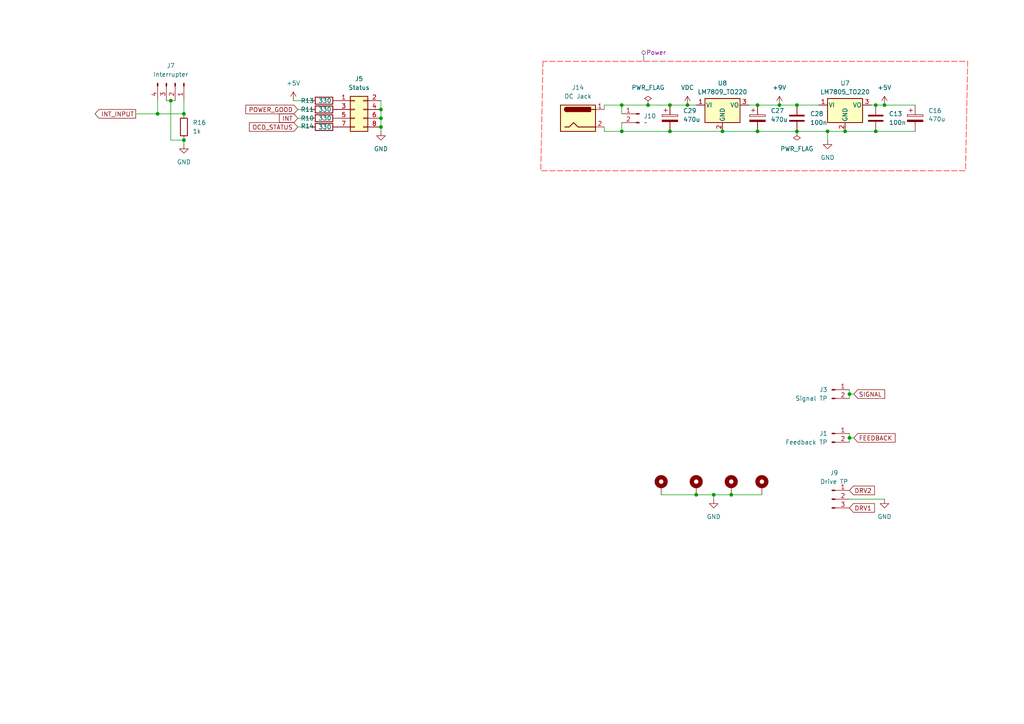
<source format=kicad_sch>
(kicad_sch (version 20250114) (generator "eeschema") (generator_version "9.0")
  (paper "A4")
  (lib_symbols
    (symbol "Connector:Conn_01x02_Pin" (pin_names (offset 1.016) (hide yes))
      (property "Reference" "J" (at 0 2.54 0))
      (property "Value" "Conn_01x02_Pin" (at 0 -5.08 0))
      (symbol "Conn_01x02_Pin_1_1"
        (rectangle (start 0.8636 0.127) (end 0 -0.127) (stroke (width 0.1524)) (fill (type outline)))
        (rectangle (start 0.8636 -2.413) (end 0 -2.667) (stroke (width 0.1524)) (fill (type outline)))
        (polyline (pts (xy 1.27 0) (xy 0.8636 0)) (stroke (width 0.1524)))
        (polyline (pts (xy 1.27 -2.54) (xy 0.8636 -2.54)) (stroke (width 0.1524)))
        (pin passive line (at 5.08 0 180) (length 3.81) (name "Pin_1") (number "1"))
        (pin passive line (at 5.08 -2.54 180) (length 3.81) (name "Pin_2") (number "2"))
      )
    )
    (symbol "Connector:Conn_01x03_Pin" (pin_names (offset 1.016) (hide yes))
      (property "Reference" "J" (at 0 5.08 0))
      (property "Value" "Conn_01x03_Pin" (at 0 -5.08 0))
      (symbol "Conn_01x03_Pin_1_1"
        (rectangle (start 0.8636 2.667) (end 0 2.413) (stroke (width 0.1524)) (fill (type outline)))
        (rectangle (start 0.8636 0.127) (end 0 -0.127) (stroke (width 0.1524)) (fill (type outline)))
        (rectangle (start 0.8636 -2.413) (end 0 -2.667) (stroke (width 0.1524)) (fill (type outline)))
        (polyline (pts (xy 1.27 2.54) (xy 0.8636 2.54)) (stroke (width 0.1524)))
        (polyline (pts (xy 1.27 0) (xy 0.8636 0)) (stroke (width 0.1524)))
        (polyline (pts (xy 1.27 -2.54) (xy 0.8636 -2.54)) (stroke (width 0.1524)))
        (pin passive line (at 5.08 2.54 180) (length 3.81) (name "Pin_1") (number "1"))
        (pin passive line (at 5.08 0 180) (length 3.81) (name "Pin_2") (number "2"))
        (pin passive line (at 5.08 -2.54 180) (length 3.81) (name "Pin_3") (number "3"))
      )
    )
    (symbol "Connector:Conn_01x04_Pin" (pin_names (offset 1.016) (hide yes))
      (property "Reference" "J" (at 0 5.08 0))
      (property "Value" "Conn_01x04_Pin" (at 0 -7.62 0))
      (symbol "Conn_01x04_Pin_1_1"
        (rectangle (start 0.8636 2.667) (end 0 2.413) (stroke (width 0.1524)) (fill (type outline)))
        (rectangle (start 0.8636 0.127) (end 0 -0.127) (stroke (width 0.1524)) (fill (type outline)))
        (rectangle (start 0.8636 -2.413) (end 0 -2.667) (stroke (width 0.1524)) (fill (type outline)))
        (rectangle (start 0.8636 -4.953) (end 0 -5.207) (stroke (width 0.1524)) (fill (type outline)))
        (polyline (pts (xy 1.27 2.54) (xy 0.8636 2.54)) (stroke (width 0.1524)))
        (polyline (pts (xy 1.27 0) (xy 0.8636 0)) (stroke (width 0.1524)))
        (polyline (pts (xy 1.27 -2.54) (xy 0.8636 -2.54)) (stroke (width 0.1524)))
        (polyline (pts (xy 1.27 -5.08) (xy 0.8636 -5.08)) (stroke (width 0.1524)))
        (pin passive line (at 5.08 2.54 180) (length 3.81) (name "Pin_1") (number "1"))
        (pin passive line (at 5.08 0 180) (length 3.81) (name "Pin_2") (number "2"))
        (pin passive line (at 5.08 -2.54 180) (length 3.81) (name "Pin_3") (number "3"))
        (pin passive line (at 5.08 -5.08 180) (length 3.81) (name "Pin_4") (number "4"))
      )
    )
    (symbol "Connector:Jack-DC" (pin_names (offset 1.016))
      (property "Reference" "J" (at 0 5.334 0))
      (property "Value" "Jack-DC" (at 0 -5.08 0))
      (symbol "Jack-DC_0_1"
        (rectangle (start -5.08 3.81) (end 5.08 -3.81) (stroke (width 0.254)) (fill (type background)))
        (polyline (pts (xy -3.81 -2.54) (xy -2.54 -2.54) (xy -1.27 -1.27) (xy 0 -2.54) (xy 2.54 -2.54) (xy 5.08 -2.54)) (stroke (width 0.254)))
        (arc (start -3.302 1.905) (mid -3.9343 2.54) (end -3.302 3.175) (stroke (width 0.254)))
        (arc (start -3.302 1.905) (mid -3.9343 2.54) (end -3.302 3.175) (stroke (width 0.254)) (fill (type outline)))
        (rectangle (start 3.683 3.175) (end -3.302 1.905) (stroke (width 0.254)) (fill (type outline)))
        (polyline (pts (xy 5.08 2.54) (xy 3.81 2.54)) (stroke (width 0.254)))
      )
      (symbol "Jack-DC_1_1"
        (pin passive line (at 7.62 2.54 180) (length 2.54) (name "~") (number "1"))
        (pin passive line (at 7.62 -2.54 180) (length 2.54) (name "~") (number "2"))
      )
    )
    (symbol "Connector_Generic:Conn_02x04_Odd_Even" (pin_names (offset 1.016) (hide yes))
      (property "Reference" "J" (at 1.27 5.08 0))
      (property "Value" "Conn_02x04_Odd_Even" (at 1.27 -7.62 0))
      (symbol "Conn_02x04_Odd_Even_1_1"
        (rectangle (start -1.27 3.81) (end 3.81 -6.35) (stroke (width 0.254)) (fill (type background)))
        (rectangle (start -1.27 2.667) (end 0 2.413) (stroke (width 0.1524)))
        (rectangle (start -1.27 0.127) (end 0 -0.127) (stroke (width 0.1524)))
        (rectangle (start -1.27 -2.413) (end 0 -2.667) (stroke (width 0.1524)))
        (rectangle (start -1.27 -4.953) (end 0 -5.207) (stroke (width 0.1524)))
        (rectangle (start 3.81 2.667) (end 2.54 2.413) (stroke (width 0.1524)))
        (rectangle (start 3.81 0.127) (end 2.54 -0.127) (stroke (width 0.1524)))
        (rectangle (start 3.81 -2.413) (end 2.54 -2.667) (stroke (width 0.1524)))
        (rectangle (start 3.81 -4.953) (end 2.54 -5.207) (stroke (width 0.1524)))
        (pin passive line (at -5.08 2.54 0) (length 3.81) (name "Pin_1") (number "1"))
        (pin passive line (at -5.08 0 0) (length 3.81) (name "Pin_3") (number "3"))
        (pin passive line (at -5.08 -2.54 0) (length 3.81) (name "Pin_5") (number "5"))
        (pin passive line (at -5.08 -5.08 0) (length 3.81) (name "Pin_7") (number "7"))
        (pin passive line (at 7.62 2.54 180) (length 3.81) (name "Pin_2") (number "2"))
        (pin passive line (at 7.62 0 180) (length 3.81) (name "Pin_4") (number "4"))
        (pin passive line (at 7.62 -2.54 180) (length 3.81) (name "Pin_6") (number "6"))
        (pin passive line (at 7.62 -5.08 180) (length 3.81) (name "Pin_8") (number "8"))
      )
    )
    (symbol "Device:C" (pin_numbers (hide yes)) (pin_names (offset 0.254))
      (property "Reference" "C" (at 0.635 2.54 0))
      (property "Value" "C" (at 0.635 -2.54 0))
      (symbol "C_0_1"
        (polyline (pts (xy -2.032 0.762) (xy 2.032 0.762)) (stroke (width 0.508)))
        (polyline (pts (xy -2.032 -0.762) (xy 2.032 -0.762)) (stroke (width 0.508)))
      )
      (symbol "C_1_1"
        (pin passive line (at 0 3.81 270) (length 2.794) (name "~") (number "1"))
        (pin passive line (at 0 -3.81 90) (length 2.794) (name "~") (number "2"))
      )
    )
    (symbol "Device:C_Polarized" (pin_numbers (hide yes)) (pin_names (offset 0.254))
      (property "Reference" "C" (at 0.635 2.54 0))
      (property "Value" "C_Polarized" (at 0.635 -2.54 0))
      (symbol "C_Polarized_0_1"
        (rectangle (start -2.286 0.508) (end 2.286 1.016))
        (polyline (pts (xy -1.778 2.286) (xy -0.762 2.286)))
        (polyline (pts (xy -1.27 2.794) (xy -1.27 1.778)))
        (rectangle (start 2.286 -0.508) (end -2.286 -1.016) (fill (type outline)))
      )
      (symbol "C_Polarized_1_1"
        (pin passive line (at 0 3.81 270) (length 2.794) (name "~") (number "1"))
        (pin passive line (at 0 -3.81 90) (length 2.794) (name "~") (number "2"))
      )
    )
    (symbol "Device:R" (pin_numbers (hide yes)) (pin_names (offset 0))
      (property "Reference" "R" (at 2.032 0 90))
      (property "Value" "R" (at 0 0 90))
      (symbol "R_0_1"
        (rectangle (start -1.016 -2.54) (end 1.016 2.54) (stroke (width 0.254)))
      )
      (symbol "R_1_1"
        (pin passive line (at 0 3.81 270) (length 1.27) (name "~") (number "1"))
        (pin passive line (at 0 -3.81 90) (length 1.27) (name "~") (number "2"))
      )
    )
    (symbol "Mechanical:MountingHole_Pad" (pin_numbers (hide yes)) (pin_names (offset 1.016) (hide yes)) (exclude_from_sim yes) (in_bom no)
      (property "Reference" "H" (at 0 6.35 0))
      (property "Value" "MountingHole_Pad" (at 0 4.445 0))
      (symbol "MountingHole_Pad_0_1"
        (circle (center 0 1.27) (radius 1.27) (stroke (width 1.27)))
      )
      (symbol "MountingHole_Pad_1_1"
        (pin input line (at 0 -2.54 90) (length 2.54) (name "1") (number "1"))
      )
    )
    (symbol "Regulator_Linear:LM7805_TO220" (pin_names (offset 0.254))
      (property "Reference" "U" (at -3.81 3.175 0))
      (property "Value" "LM7805_TO220" (at 0 3.175 0))
      (symbol "LM7805_TO220_0_1"
        (rectangle (start -5.08 1.905) (end 5.08 -5.08) (stroke (width 0.254)) (fill (type background)))
      )
      (symbol "LM7805_TO220_1_1"
        (pin power_in line (at -7.62 0 0) (length 2.54) (name "VI") (number "1"))
        (pin power_in line (at 0 -7.62 90) (length 2.54) (name "GND") (number "2"))
        (pin power_out line (at 7.62 0 180) (length 2.54) (name "VO") (number "3"))
      )
    )
    (symbol "Regulator_Linear:LM7809_TO220" (pin_names (offset 0.254))
      (property "Reference" "U" (at -3.81 3.175 0))
      (property "Value" "LM7809_TO220" (at 0 3.175 0))
      (symbol "LM7809_TO220_0_1"
        (rectangle (start -5.08 1.905) (end 5.08 -5.08) (stroke (width 0.254)) (fill (type background)))
      )
      (symbol "LM7809_TO220_1_1"
        (pin power_in line (at -7.62 0 0) (length 2.54) (name "VI") (number "1"))
        (pin power_in line (at 0 -7.62 90) (length 2.54) (name "GND") (number "2"))
        (pin power_out line (at 7.62 0 180) (length 2.54) (name "VO") (number "3"))
      )
    )
    (symbol "power:+5V" (power) (pin_numbers (hide yes)) (pin_names (offset 0) (hide yes))
      (property "Value" "+5V" (at 0 3.556 0))
      (symbol "+5V_0_1"
        (polyline (pts (xy -0.762 1.27) (xy 0 2.54)))
        (polyline (pts (xy 0 2.54) (xy 0.762 1.27)))
        (polyline (pts (xy 0 0) (xy 0 2.54)))
      )
      (symbol "+5V_1_1"
        (pin power_in line (at 0 0 90) (length 0) (name "~") (number "1"))
      )
    )
    (symbol "power:+9V" (power) (pin_numbers (hide yes)) (pin_names (offset 0) (hide yes))
      (property "Value" "+9V" (at 0 3.556 0))
      (symbol "+9V_0_1"
        (polyline (pts (xy -0.762 1.27) (xy 0 2.54)))
        (polyline (pts (xy 0 2.54) (xy 0.762 1.27)))
        (polyline (pts (xy 0 0) (xy 0 2.54)))
      )
      (symbol "+9V_1_1"
        (pin power_in line (at 0 0 90) (length 0) (name "~") (number "1"))
      )
    )
    (symbol "power:GND" (power) (pin_numbers (hide yes)) (pin_names (offset 0) (hide yes))
      (property "Value" "GND" (at 0 -3.81 0))
      (symbol "GND_0_1"
        (polyline (pts (xy 0 0) (xy 0 -1.27) (xy 1.27 -1.27) (xy 0 -2.54) (xy -1.27 -1.27) (xy 0 -1.27)))
      )
      (symbol "GND_1_1"
        (pin power_in line (at 0 0 270) (length 0) (name "~") (number "1"))
      )
    )
    (symbol "power:PWR_FLAG" (power) (pin_numbers (hide yes)) (pin_names (offset 0) (hide yes))
      (property "Value" "PWR_FLAG" (at 0 3.81 0))
      (symbol "PWR_FLAG_0_0"
        (pin power_out line (at 0 0 90) (length 0) (name "~") (number "1"))
      )
      (symbol "PWR_FLAG_0_1"
        (polyline (pts (xy 0 0) (xy 0 1.27) (xy -1.016 1.905) (xy 0 2.54) (xy 1.016 1.905) (xy 0 1.27)))
      )
    )
    (symbol "power:VDC" (power) (pin_numbers (hide yes)) (pin_names (offset 0) (hide yes))
      (property "Value" "VDC" (at 0 3.556 0))
      (symbol "VDC_0_1"
        (polyline (pts (xy -0.762 1.27) (xy 0 2.54)))
        (polyline (pts (xy 0 2.54) (xy 0.762 1.27)))
        (polyline (pts (xy 0 0) (xy 0 2.54)))
      )
      (symbol "VDC_1_1"
        (pin power_in line (at 0 0 90) (length 0) (name "~") (number "1"))
      )
    )
  )
  (junction (at 245.11 38.1))
  (junction (at 226.06 30.48))
  (junction (at 194.31 30.48))
  (junction (at 53.34 40.64))
  (junction (at 199.39 30.48))
  (junction (at 212.09 143.51))
  (junction (at 231.14 38.1))
  (junction (at 240.03 38.1))
  (junction (at 110.49 36.83))
  (junction (at 207.01 143.51))
  (junction (at 201.93 143.51))
  (junction (at 194.31 38.1))
  (junction (at 209.55 38.1))
  (junction (at 254 38.1))
  (junction (at 254 30.48))
  (junction (at 180.34 30.48))
  (junction (at 110.49 34.29))
  (junction (at 110.49 31.75))
  (junction (at 49.53 29.21))
  (junction (at 246.38 114.3))
  (junction (at 219.71 30.48))
  (junction (at 231.14 30.48))
  (junction (at 53.34 33.02))
  (junction (at 180.34 38.1))
  (junction (at 246.38 127))
  (junction (at 219.71 38.1))
  (junction (at 256.54 30.48))
  (junction (at 45.72 33.02))
  (junction (at 187.96 30.48))
  (wire (pts (xy 231.14 30.48) (xy 237.49 30.48)))
  (wire (pts (xy 219.71 38.1) (xy 231.14 38.1)))
  (wire (pts (xy 53.34 40.64) (xy 53.34 41.91)))
  (wire (pts (xy 199.39 30.48) (xy 201.93 30.48)))
  (wire (pts (xy 207.01 143.51) (xy 212.09 143.51)))
  (wire (pts (xy 175.26 38.1) (xy 180.34 38.1)))
  (wire (pts (xy 254 38.1) (xy 265.43 38.1)))
  (wire (pts (xy 246.38 114.3) (xy 247.65 114.3)))
  (wire (pts (xy 226.06 30.48) (xy 231.14 30.48)))
  (wire (pts (xy 180.34 35.56) (xy 180.34 38.1)))
  (wire (pts (xy 245.11 38.1) (xy 254 38.1)))
  (wire (pts (xy 194.31 38.1) (xy 209.55 38.1)))
  (wire (pts (xy 45.72 33.02) (xy 53.34 33.02)))
  (wire (pts (xy 180.34 38.1) (xy 194.31 38.1)))
  (wire (pts (xy 110.49 38.1) (xy 110.49 36.83)))
  (wire (pts (xy 191.77 143.51) (xy 201.93 143.51)))
  (wire (pts (xy 217.17 30.48) (xy 219.71 30.48)))
  (wire (pts (xy 246.38 127) (xy 246.38 128.27)))
  (wire (pts (xy 86.36 36.83) (xy 90.17 36.83)))
  (wire (pts (xy 50.8 29.21) (xy 49.53 29.21)))
  (wire (pts (xy 187.96 30.48) (xy 194.31 30.48)))
  (wire (pts (xy 45.72 33.02) (xy 45.72 29.21)))
  (wire (pts (xy 226.06 30.48) (xy 219.71 30.48)))
  (wire (pts (xy 209.55 38.1) (xy 219.71 38.1)))
  (wire (pts (xy 110.49 34.29) (xy 110.49 36.83)))
  (wire (pts (xy 53.34 29.21) (xy 53.34 33.02)))
  (wire (pts (xy 246.38 114.3) (xy 246.38 113.03)))
  (wire (pts (xy 207.01 143.51) (xy 207.01 144.78)))
  (wire (pts (xy 39.37 33.02) (xy 45.72 33.02)))
  (wire (pts (xy 175.26 38.1) (xy 175.26 36.83)))
  (wire (pts (xy 254 30.48) (xy 252.73 30.48)))
  (wire (pts (xy 110.49 31.75) (xy 110.49 34.29)))
  (wire (pts (xy 180.34 30.48) (xy 180.34 33.02)))
  (wire (pts (xy 86.36 31.75) (xy 90.17 31.75)))
  (wire (pts (xy 86.36 34.29) (xy 90.17 34.29)))
  (wire (pts (xy 49.53 40.64) (xy 49.53 29.21)))
  (wire (pts (xy 247.65 127) (xy 246.38 127)))
  (wire (pts (xy 110.49 29.21) (xy 110.49 31.75)))
  (wire (pts (xy 256.54 144.78) (xy 246.38 144.78)))
  (wire (pts (xy 180.34 30.48) (xy 187.96 30.48)))
  (wire (pts (xy 245.11 38.1) (xy 240.03 38.1)))
  (wire (pts (xy 201.93 143.51) (xy 207.01 143.51)))
  (wire (pts (xy 246.38 114.3) (xy 246.38 115.57)))
  (wire (pts (xy 53.34 40.64) (xy 49.53 40.64)))
  (wire (pts (xy 231.14 38.1) (xy 240.03 38.1)))
  (wire (pts (xy 212.09 143.51) (xy 220.98 143.51)))
  (wire (pts (xy 240.03 40.64) (xy 240.03 38.1)))
  (wire (pts (xy 199.39 30.48) (xy 194.31 30.48)))
  (wire (pts (xy 175.26 30.48) (xy 175.26 31.75)))
  (wire (pts (xy 85.09 29.21) (xy 90.17 29.21)))
  (wire (pts (xy 49.53 29.21) (xy 48.26 29.21)))
  (wire (pts (xy 256.54 30.48) (xy 265.43 30.48)))
  (wire (pts (xy 256.54 30.48) (xy 254 30.48)))
  (wire (pts (xy 175.26 30.48) (xy 180.34 30.48)))
  (wire (pts (xy 246.38 125.73) (xy 246.38 127)))
  (global_label "OCD_STATUS" (shape input) (at 86.36 36.83 180) (property "Intersheetrefs" "${INTERSHEET_REFS}" (effects (hide yes))))
  (global_label "POWER_GOOD" (shape input) (at 86.36 31.75 180) (property "Intersheetrefs" "${INTERSHEET_REFS}" (effects (hide yes))))
  (global_label "DRV2" (shape input) (at 246.38 142.24 0) (property "Intersheetrefs" "${INTERSHEET_REFS}" (effects (hide yes))))
  (global_label "INT" (shape input) (at 86.36 34.29 180) (property "Intersheetrefs" "${INTERSHEET_REFS}" (effects (hide yes))))
  (global_label "DRV1" (shape input) (at 246.38 147.32 0) (property "Intersheetrefs" "${INTERSHEET_REFS}" (effects (hide yes))))
  (global_label "FEEDBACK" (shape input) (at 247.65 127 0) (property "Intersheetrefs" "${INTERSHEET_REFS}" (effects (hide yes))))
  (global_label "INT_INPUT" (shape output) (at 39.37 33.02 180) (property "Intersheetrefs" "${INTERSHEET_REFS}" (effects (hide yes))))
  (global_label "SIGNAL" (shape input) (at 247.65 114.3 0) (property "Intersheetrefs" "${INTERSHEET_REFS}" (effects (hide yes))))
  (rule_area (polyline (pts (xy 157.48 17.78) (xy 156.845 49.53) (xy 280.035 49.53) (xy 280.67 17.78)) (stroke (width 0) (type dash))))
  (netclass_flag "" (length 2.54) (shape round) (at 186.69 17.78 0) (property "Netclass" "Power" (at 187.3885 15.24 0) (effects (justify left))))
  (symbol (lib_id "Connector:Conn_01x04_Pin") (at 50.8 24.13 270) (unit 1)
    (property "Reference" "J7" (at 49.53 19.05 90))
    (property "Value" "Interrupter" (at 49.53 21.59 90))
    (property "Footprint" "Connector_PinHeader_2.54mm:PinHeader_1x04_P2.54mm_Vertical" (effects (hide yes)))
    (property "Description" "Generic connector, single row, 01x04, script generated" (effects (hide yes)))
  )
  (symbol (lib_id "power:GND") (at 256.54 144.78 0) (unit 1)
    (property "Reference" "#PWR045" (effects (hide yes)))
    (property "Value" "GND" (at 256.54 149.86 0))
    (property "Description" "Power symbol creates a global label with name \"GND\" , ground" (effects (hide yes)))
  )
  (symbol (lib_id "Device:C_Polarized") (at 219.71 34.29 0) (unit 1)
    (property "Reference" "C27" (at 223.52 32.1309 0) (effects (justify left)))
    (property "Value" "470u" (at 223.52 34.6709 0) (effects (justify left)))
    (property "Footprint" "Capacitor_THT:CP_Radial_D10.0mm_P5.00mm" (effects (hide yes)))
  )
  (symbol (lib_id "Device:C_Polarized") (at 265.43 34.29 0) (unit 1)
    (property "Reference" "C16" (at 269.24 32.1309 0) (effects (justify left)))
    (property "Value" "470u" (at 269.24 34.544 0) (effects (justify left)))
    (property "Footprint" "Capacitor_THT:CP_Radial_D10.0mm_P5.00mm" (effects (hide yes)))
  )
  (symbol (lib_id "power:+9V") (at 226.06 30.48 0) (unit 1)
    (property "Reference" "#PWR037" (effects (hide yes)))
    (property "Value" "+9V" (at 226.06 25.4 0))
    (property "Description" "Power symbol creates a global label with name \"+9V\"" (effects (hide yes)))
  )
  (symbol (lib_id "power:VDC") (at 199.39 30.48 0) (unit 1)
    (property "Reference" "#PWR038" (effects (hide yes)))
    (property "Value" "VDC" (at 199.39 25.4 0))
    (property "Description" "Power symbol creates a global label with name \"VDC\"" (effects (hide yes)))
  )
  (symbol (lib_id "Regulator_Linear:LM7805_TO220") (at 245.11 30.48 0) (unit 1)
    (property "Reference" "U7" (at 245.11 24.13 0))
    (property "Value" "LM7805_TO220" (at 245.11 26.67 0))
    (property "Footprint" "Package_TO_SOT_THT:TO-220-3_Vertical" (effects (hide yes)))
    (property "Datasheet" "https://www.onsemi.cn/PowerSolutions/document/MC7800-D.PDF" (effects (hide yes)))
    (property "Description" "Positive 1A 35V Linear Regulator, Fixed Output 5V, TO-220" (effects (hide yes)))
  )
  (symbol (lib_id "power:+5V") (at 256.54 30.48 0) (unit 1)
    (property "Reference" "#PWR041" (effects (hide yes)))
    (property "Value" "+5V" (at 256.54 25.4 0))
    (property "Description" "Power symbol creates a global label with name \"+5V\"" (effects (hide yes)))
  )
  (symbol (lib_id "Connector_Generic:Conn_02x04_Odd_Even") (at 102.87 31.75 0) (unit 1)
    (property "Reference" "J5" (at 104.14 22.86 0))
    (property "Value" "Status" (at 104.14 25.4 0))
    (property "Footprint" "Connector_PinHeader_2.54mm:PinHeader_2x04_P2.54mm_Vertical" (effects (hide yes)))
    (property "Description" "Generic connector, double row, 02x04, odd/even pin numbering scheme (row 1 odd numbers, row 2 even numbers), script generated (kicad-library-utils/schlib/autogen/connector/)" (effects (hide yes)))
  )
  (symbol (lib_id "power:PWR_FLAG") (at 231.14 38.1 0) (mirror x) (unit 1)
    (property "Reference" "#FLG01" (effects (hide yes)))
    (property "Value" "PWR_FLAG" (at 231.14 43.18 0))
    (property "Description" "Special symbol for telling ERC where power comes from" (effects (hide yes)))
  )
  (symbol (lib_id "power:+5V") (at 85.09 29.21 0) (unit 1)
    (property "Reference" "#PWR027" (effects (hide yes)))
    (property "Value" "+5V" (at 85.09 24.13 0))
    (property "Description" "Power symbol creates a global label with name \"+5V\"" (effects (hide yes)))
  )
  (symbol (lib_id "Device:C_Polarized") (at 194.31 34.29 0) (unit 1)
    (property "Reference" "C29" (at 198.12 32.1309 0) (effects (justify left)))
    (property "Value" "470u" (at 198.12 34.6709 0) (effects (justify left)))
    (property "Footprint" "Capacitor_THT:CP_Radial_D10.0mm_P5.00mm" (effects (hide yes)))
  )
  (symbol (lib_id "power:PWR_FLAG") (at 187.96 30.48 0) (unit 1)
    (property "Reference" "#FLG02" (effects (hide yes)))
    (property "Value" "PWR_FLAG" (at 187.96 25.4 0))
    (property "Description" "Special symbol for telling ERC where power comes from" (effects (hide yes)))
  )
  (symbol (lib_id "power:GND") (at 240.03 40.64 0) (unit 1)
    (property "Reference" "#PWR039" (effects (hide yes)))
    (property "Value" "GND" (at 240.03 45.72 0))
    (property "Description" "Power symbol creates a global label with name \"GND\" , ground" (effects (hide yes)))
  )
  (symbol (lib_id "power:GND") (at 110.49 38.1 0) (unit 1)
    (property "Reference" "#PWR055" (effects (hide yes)))
    (property "Value" "GND" (at 110.49 43.18 0))
    (property "Description" "Power symbol creates a global label with name \"GND\" , ground" (effects (hide yes)))
  )
  (symbol (lib_id "Connector:Conn_01x02_Pin") (at 241.3 125.73 0) (unit 1)
    (property "Reference" "J1" (at 240.03 125.7299 0) (effects (justify right)))
    (property "Value" "Feedback TP" (at 240.03 128.2699 0) (effects (justify right)))
    (property "Footprint" "Connector_PinHeader_2.54mm:PinHeader_1x02_P2.54mm_Vertical" (effects (hide yes)))
    (property "Description" "Generic connector, single row, 01x02, script generated" (effects (hide yes)))
  )
  (symbol (lib_id "Device:R") (at 93.98 36.83 90) (mirror x) (unit 1)
    (property "Reference" "R14" (at 89.154 36.576 90))
    (property "Value" "330" (at 94.234 36.83 90))
    (property "Footprint" "Resistor_THT:R_Axial_DIN0207_L6.3mm_D2.5mm_P2.54mm_Vertical" (effects (hide yes)))
    (property "Description" "Resistor" (effects (hide yes)))
  )
  (symbol (lib_id "Mechanical:MountingHole_Pad") (at 212.09 140.97 0) (unit 1) (in_bom no)
    (property "Reference" "H1" (effects (hide yes)))
    (property "Value" "Body" (effects (hide yes)))
    (property "Footprint" "MountingHole:MountingHole_3.2mm_M3_DIN965_Pad_TopBottom" (effects (hide yes)))
    (property "Description" "Mounting Hole with connection" (effects (hide yes)))
  )
  (symbol (lib_id "Mechanical:MountingHole_Pad") (at 201.93 140.97 0) (unit 1) (in_bom no)
    (property "Reference" "H4" (effects (hide yes)))
    (property "Value" "Body" (effects (hide yes)))
    (property "Footprint" "MountingHole:MountingHole_3.2mm_M3_DIN965_Pad_TopBottom" (effects (hide yes)))
    (property "Description" "Mounting Hole with connection" (effects (hide yes)))
  )
  (symbol (lib_id "power:GND") (at 207.01 144.78 0) (unit 1)
    (property "Reference" "#PWR051" (effects (hide yes)))
    (property "Value" "GND" (at 207.01 149.86 0))
    (property "Description" "Power symbol creates a global label with name \"GND\" , ground" (effects (hide yes)))
  )
  (symbol (lib_id "Device:C") (at 254 34.29 0) (unit 1)
    (property "Reference" "C13" (at 257.81 33.0199 0) (effects (justify left)))
    (property "Value" "100n" (at 257.81 35.5599 0) (effects (justify left)))
    (property "Footprint" "Capacitor_THT:C_Disc_D4.7mm_W2.5mm_P5.00mm" (effects (hide yes)))
    (property "Description" "Unpolarized capacitor" (effects (hide yes)))
  )
  (symbol (lib_id "Device:R") (at 93.98 34.29 90) (mirror x) (unit 1)
    (property "Reference" "R10" (at 89.154 34.29 90))
    (property "Value" "330" (at 94.234 34.29 90))
    (property "Footprint" "Resistor_THT:R_Axial_DIN0207_L6.3mm_D2.5mm_P2.54mm_Vertical" (effects (hide yes)))
    (property "Description" "Resistor" (effects (hide yes)))
  )
  (symbol (lib_id "Device:R") (at 93.98 31.75 90) (mirror x) (unit 1)
    (property "Reference" "R11" (at 89.154 31.75 90))
    (property "Value" "330" (at 94.234 31.75 90))
    (property "Footprint" "Resistor_THT:R_Axial_DIN0207_L6.3mm_D2.5mm_P2.54mm_Vertical" (effects (hide yes)))
    (property "Description" "Resistor" (effects (hide yes)))
  )
  (symbol (lib_id "Device:C") (at 231.14 34.29 0) (unit 1)
    (property "Reference" "C28" (at 234.95 33.0199 0) (effects (justify left)))
    (property "Value" "100n" (at 234.95 35.5599 0) (effects (justify left)))
    (property "Footprint" "Capacitor_THT:C_Disc_D4.7mm_W2.5mm_P5.00mm" (effects (hide yes)))
    (property "Description" "Unpolarized capacitor" (effects (hide yes)))
  )
  (symbol (lib_id "power:GND") (at 53.34 41.91 0) (unit 1)
    (property "Reference" "#PWR014" (effects (hide yes)))
    (property "Value" "GND" (at 53.34 46.99 0))
    (property "Description" "Power symbol creates a global label with name \"GND\" , ground" (effects (hide yes)))
  )
  (symbol (lib_id "Connector:Conn_01x02_Pin") (at 241.3 113.03 0) (unit 1)
    (property "Reference" "J3" (at 240.03 113.0299 0) (effects (justify right)))
    (property "Value" "Signal TP" (at 240.03 115.5699 0) (effects (justify right)))
    (property "Footprint" "Connector_PinHeader_2.54mm:PinHeader_1x02_P2.54mm_Vertical" (effects (hide yes)))
    (property "Description" "Generic connector, single row, 01x02, script generated" (effects (hide yes)))
  )
  (symbol (lib_id "Connector:Conn_01x02_Pin") (at 185.42 33.02 0) (mirror y) (unit 1)
    (property "Reference" "J10" (at 186.69 33.6549 0) (effects (justify right)))
    (property "Value" "~" (at 186.69 35.56 0) (effects (justify right)))
    (property "Footprint" "Connector_JST:JST_XH_B2B-XH-A_1x02_P2.50mm_Vertical" (effects (hide yes)))
    (property "Description" "Generic connector, single row, 01x02, script generated" (effects (hide yes)))
  )
  (symbol (lib_id "Connector:Jack-DC") (at 167.64 34.29 0) (unit 1)
    (property "Reference" "J14" (at 167.64 25.4 0))
    (property "Value" "DC Jack" (at 167.64 27.94 0))
    (property "Footprint" "Library:BarrelJack_Horizontal" (effects (hide yes)))
    (property "Description" "DC Barrel Jack" (effects (hide yes)))
  )
  (symbol (lib_id "Regulator_Linear:LM7809_TO220") (at 209.55 30.48 0) (unit 1)
    (property "Reference" "U8" (at 209.55 24.13 0))
    (property "Value" "LM7809_TO220" (at 209.55 26.67 0))
    (property "Footprint" "Package_TO_SOT_THT:TO-220-3_Vertical" (effects (hide yes)))
    (property "Datasheet" "https://www.onsemi.cn/PowerSolutions/document/MC7800-D.PDF" (effects (hide yes)))
    (property "Description" "Positive 1A 35V Linear Regulator, Fixed Output 9V, TO-220" (effects (hide yes)))
  )
  (symbol (lib_id "Connector:Conn_01x03_Pin") (at 241.3 144.78 0) (unit 1)
    (property "Reference" "J9" (at 241.935 137.16 0))
    (property "Value" "Drive TP" (at 241.935 139.7 0))
    (property "Footprint" "Connector_PinHeader_2.54mm:PinHeader_1x03_P2.54mm_Vertical" (effects (hide yes)))
    (property "Description" "Generic connector, single row, 01x03, script generated" (effects (hide yes)))
  )
  (symbol (lib_id "Device:R") (at 93.98 29.21 90) (mirror x) (unit 1)
    (property "Reference" "R13" (at 89.154 29.21 90))
    (property "Value" "330" (at 94.234 29.21 90))
    (property "Footprint" "Resistor_THT:R_Axial_DIN0207_L6.3mm_D2.5mm_P2.54mm_Vertical" (effects (hide yes)))
    (property "Description" "Resistor" (effects (hide yes)))
  )
  (symbol (lib_id "Device:R") (at 53.34 36.83 0) (unit 1)
    (property "Reference" "R16" (at 55.88 35.5599 0) (effects (justify left)))
    (property "Value" "1k" (at 55.88 38.0999 0) (effects (justify left)))
    (property "Footprint" "Resistor_THT:R_Axial_DIN0207_L6.3mm_D2.5mm_P2.54mm_Vertical" (effects (hide yes)))
    (property "Description" "Resistor" (effects (hide yes)))
  )
  (symbol (lib_id "Mechanical:MountingHole_Pad") (at 191.77 140.97 0) (unit 1) (in_bom no)
    (property "Reference" "H2" (effects (hide yes)))
    (property "Value" "Body" (effects (hide yes)))
    (property "Footprint" "MountingHole:MountingHole_3.2mm_M3_DIN965_Pad_TopBottom" (effects (hide yes)))
    (property "Description" "Mounting Hole with connection" (effects (hide yes)))
  )
  (symbol (lib_id "Mechanical:MountingHole_Pad") (at 220.98 140.97 0) (unit 1) (in_bom no)
    (property "Reference" "H3" (effects (hide yes)))
    (property "Value" "Body" (effects (hide yes)))
    (property "Footprint" "MountingHole:MountingHole_3.2mm_M3_DIN965_Pad_TopBottom" (effects (hide yes)))
    (property "Description" "Mounting Hole with connection" (effects (hide yes)))
  )
)
</source>
